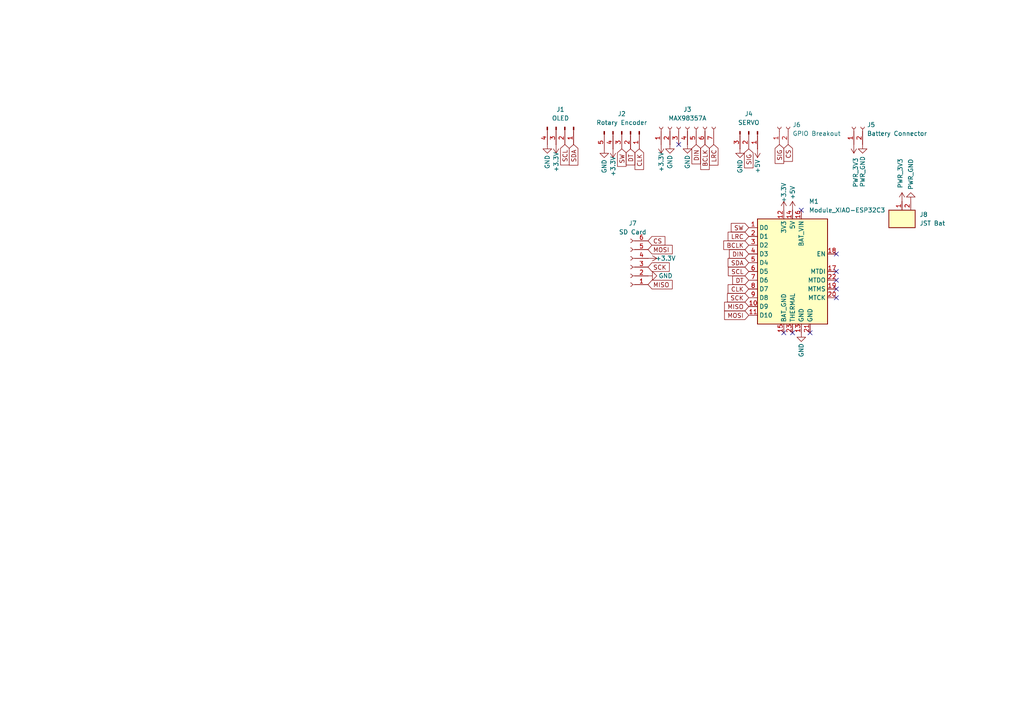
<source format=kicad_sch>
(kicad_sch (version 20231120) (generator "eeschema") (generator_version "8.0")
  (paper "A4")
  (lib_symbols
    (symbol "Connector:Conn_01x02_Socket" (pin_names (offset 1.016) hide)
      (property "Reference" "J" (at 0 2.54 0))
      (property "Value" "Conn_01x02_Socket" (at 0 -5.08 0))
      (symbol "Conn_01x02_Socket_1_1"
        (arc (start 0 -2.032) (mid -0.5058 -2.54) (end 0 -3.048) (stroke (width 0.1524)))
        (polyline (pts (xy -1.27 -2.54) (xy -0.508 -2.54)) (stroke (width 0.1524)))
        (polyline (pts (xy -1.27 0) (xy -0.508 0)) (stroke (width 0.1524)))
        (arc (start 0 0.508) (mid -0.5058 0) (end 0 -0.508) (stroke (width 0.1524)))
        (pin passive line (at -5.08 0 0) (length 3.81) (name "Pin_1") (number "1"))
        (pin passive line (at -5.08 -2.54 0) (length 3.81) (name "Pin_2") (number "2"))
      )
    )
    (symbol "Connector:Conn_01x03_Pin" (pin_names (offset 1.016) hide)
      (property "Reference" "J" (at 0 5.08 0))
      (property "Value" "Conn_01x03_Pin" (at 0 -5.08 0))
      (symbol "Conn_01x03_Pin_1_1"
        (polyline (pts (xy 1.27 -2.54) (xy 0.8636 -2.54)) (stroke (width 0.1524)))
        (polyline (pts (xy 1.27 0) (xy 0.8636 0)) (stroke (width 0.1524)))
        (polyline (pts (xy 1.27 2.54) (xy 0.8636 2.54)) (stroke (width 0.1524)))
        (rectangle (start 0.8636 -2.413) (end 0 -2.667) (stroke (width 0.1524)) (fill (type outline)))
        (rectangle (start 0.8636 0.127) (end 0 -0.127) (stroke (width 0.1524)) (fill (type outline)))
        (rectangle (start 0.8636 2.667) (end 0 2.413) (stroke (width 0.1524)) (fill (type outline)))
        (pin passive line (at 5.08 2.54 180) (length 3.81) (name "Pin_1") (number "1"))
        (pin passive line (at 5.08 0 180) (length 3.81) (name "Pin_2") (number "2"))
        (pin passive line (at 5.08 -2.54 180) (length 3.81) (name "Pin_3") (number "3"))
      )
    )
    (symbol "Connector:Conn_01x04_Pin" (pin_names (offset 1.016) hide)
      (property "Reference" "J" (at 0 5.08 0))
      (property "Value" "Conn_01x04_Pin" (at 0 -7.62 0))
      (symbol "Conn_01x04_Pin_1_1"
        (polyline (pts (xy 1.27 -5.08) (xy 0.8636 -5.08)) (stroke (width 0.1524)))
        (polyline (pts (xy 1.27 -2.54) (xy 0.8636 -2.54)) (stroke (width 0.1524)))
        (polyline (pts (xy 1.27 0) (xy 0.8636 0)) (stroke (width 0.1524)))
        (polyline (pts (xy 1.27 2.54) (xy 0.8636 2.54)) (stroke (width 0.1524)))
        (rectangle (start 0.8636 -4.953) (end 0 -5.207) (stroke (width 0.1524)) (fill (type outline)))
        (rectangle (start 0.8636 -2.413) (end 0 -2.667) (stroke (width 0.1524)) (fill (type outline)))
        (rectangle (start 0.8636 0.127) (end 0 -0.127) (stroke (width 0.1524)) (fill (type outline)))
        (rectangle (start 0.8636 2.667) (end 0 2.413) (stroke (width 0.1524)) (fill (type outline)))
        (pin passive line (at 5.08 2.54 180) (length 3.81) (name "Pin_1") (number "1"))
        (pin passive line (at 5.08 0 180) (length 3.81) (name "Pin_2") (number "2"))
        (pin passive line (at 5.08 -2.54 180) (length 3.81) (name "Pin_3") (number "3"))
        (pin passive line (at 5.08 -5.08 180) (length 3.81) (name "Pin_4") (number "4"))
      )
    )
    (symbol "Connector:Conn_01x05_Pin" (pin_names (offset 1.016) hide)
      (property "Reference" "J" (at 0 7.62 0))
      (property "Value" "Conn_01x05_Pin" (at 0 -7.62 0))
      (symbol "Conn_01x05_Pin_1_1"
        (polyline (pts (xy 1.27 -5.08) (xy 0.8636 -5.08)) (stroke (width 0.1524)))
        (polyline (pts (xy 1.27 -2.54) (xy 0.8636 -2.54)) (stroke (width 0.1524)))
        (polyline (pts (xy 1.27 0) (xy 0.8636 0)) (stroke (width 0.1524)))
        (polyline (pts (xy 1.27 2.54) (xy 0.8636 2.54)) (stroke (width 0.1524)))
        (polyline (pts (xy 1.27 5.08) (xy 0.8636 5.08)) (stroke (width 0.1524)))
        (rectangle (start 0.8636 -4.953) (end 0 -5.207) (stroke (width 0.1524)) (fill (type outline)))
        (rectangle (start 0.8636 -2.413) (end 0 -2.667) (stroke (width 0.1524)) (fill (type outline)))
        (rectangle (start 0.8636 0.127) (end 0 -0.127) (stroke (width 0.1524)) (fill (type outline)))
        (rectangle (start 0.8636 2.667) (end 0 2.413) (stroke (width 0.1524)) (fill (type outline)))
        (rectangle (start 0.8636 5.207) (end 0 4.953) (stroke (width 0.1524)) (fill (type outline)))
        (pin passive line (at 5.08 5.08 180) (length 3.81) (name "Pin_1") (number "1"))
        (pin passive line (at 5.08 2.54 180) (length 3.81) (name "Pin_2") (number "2"))
        (pin passive line (at 5.08 0 180) (length 3.81) (name "Pin_3") (number "3"))
        (pin passive line (at 5.08 -2.54 180) (length 3.81) (name "Pin_4") (number "4"))
        (pin passive line (at 5.08 -5.08 180) (length 3.81) (name "Pin_5") (number "5"))
      )
    )
    (symbol "Connector:Conn_01x06_Socket" (pin_names (offset 1.016) hide)
      (property "Reference" "J" (at 0 7.62 0))
      (property "Value" "Conn_01x06_Socket" (at 0 -10.16 0))
      (symbol "Conn_01x06_Socket_1_1"
        (arc (start 0 -7.112) (mid -0.5058 -7.62) (end 0 -8.128) (stroke (width 0.1524)))
        (arc (start 0 -4.572) (mid -0.5058 -5.08) (end 0 -5.588) (stroke (width 0.1524)))
        (arc (start 0 -2.032) (mid -0.5058 -2.54) (end 0 -3.048) (stroke (width 0.1524)))
        (polyline (pts (xy -1.27 -7.62) (xy -0.508 -7.62)) (stroke (width 0.1524)))
        (polyline (pts (xy -1.27 -5.08) (xy -0.508 -5.08)) (stroke (width 0.1524)))
        (polyline (pts (xy -1.27 -2.54) (xy -0.508 -2.54)) (stroke (width 0.1524)))
        (polyline (pts (xy -1.27 0) (xy -0.508 0)) (stroke (width 0.1524)))
        (polyline (pts (xy -1.27 2.54) (xy -0.508 2.54)) (stroke (width 0.1524)))
        (polyline (pts (xy -1.27 5.08) (xy -0.508 5.08)) (stroke (width 0.1524)))
        (arc (start 0 0.508) (mid -0.5058 0) (end 0 -0.508) (stroke (width 0.1524)))
        (arc (start 0 3.048) (mid -0.5058 2.54) (end 0 2.032) (stroke (width 0.1524)))
        (arc (start 0 5.588) (mid -0.5058 5.08) (end 0 4.572) (stroke (width 0.1524)))
        (pin passive line (at -5.08 5.08 0) (length 3.81) (name "Pin_1") (number "1"))
        (pin passive line (at -5.08 2.54 0) (length 3.81) (name "Pin_2") (number "2"))
        (pin passive line (at -5.08 0 0) (length 3.81) (name "Pin_3") (number "3"))
        (pin passive line (at -5.08 -2.54 0) (length 3.81) (name "Pin_4") (number "4"))
        (pin passive line (at -5.08 -5.08 0) (length 3.81) (name "Pin_5") (number "5"))
        (pin passive line (at -5.08 -7.62 0) (length 3.81) (name "Pin_6") (number "6"))
      )
    )
    (symbol "Connector:Conn_01x07_Socket" (pin_names (offset 1.016) hide)
      (property "Reference" "J" (at 0 10.16 0))
      (property "Value" "Conn_01x07_Socket" (at 0 -10.16 0))
      (symbol "Conn_01x07_Socket_1_1"
        (arc (start 0 -7.112) (mid -0.5058 -7.62) (end 0 -8.128) (stroke (width 0.1524)))
        (arc (start 0 -4.572) (mid -0.5058 -5.08) (end 0 -5.588) (stroke (width 0.1524)))
        (arc (start 0 -2.032) (mid -0.5058 -2.54) (end 0 -3.048) (stroke (width 0.1524)))
        (polyline (pts (xy -1.27 -7.62) (xy -0.508 -7.62)) (stroke (width 0.1524)))
        (polyline (pts (xy -1.27 -5.08) (xy -0.508 -5.08)) (stroke (width 0.1524)))
        (polyline (pts (xy -1.27 -2.54) (xy -0.508 -2.54)) (stroke (width 0.1524)))
        (polyline (pts (xy -1.27 0) (xy -0.508 0)) (stroke (width 0.1524)))
        (polyline (pts (xy -1.27 2.54) (xy -0.508 2.54)) (stroke (width 0.1524)))
        (polyline (pts (xy -1.27 5.08) (xy -0.508 5.08)) (stroke (width 0.1524)))
        (polyline (pts (xy -1.27 7.62) (xy -0.508 7.62)) (stroke (width 0.1524)))
        (arc (start 0 0.508) (mid -0.5058 0) (end 0 -0.508) (stroke (width 0.1524)))
        (arc (start 0 3.048) (mid -0.5058 2.54) (end 0 2.032) (stroke (width 0.1524)))
        (arc (start 0 5.588) (mid -0.5058 5.08) (end 0 4.572) (stroke (width 0.1524)))
        (arc (start 0 8.128) (mid -0.5058 7.62) (end 0 7.112) (stroke (width 0.1524)))
        (pin passive line (at -5.08 7.62 0) (length 3.81) (name "Pin_1") (number "1"))
        (pin passive line (at -5.08 5.08 0) (length 3.81) (name "Pin_2") (number "2"))
        (pin passive line (at -5.08 2.54 0) (length 3.81) (name "Pin_3") (number "3"))
        (pin passive line (at -5.08 0 0) (length 3.81) (name "Pin_4") (number "4"))
        (pin passive line (at -5.08 -2.54 0) (length 3.81) (name "Pin_5") (number "5"))
        (pin passive line (at -5.08 -5.08 0) (length 3.81) (name "Pin_6") (number "6"))
        (pin passive line (at -5.08 -7.62 0) (length 3.81) (name "Pin_7") (number "7"))
      )
    )
    (symbol "fab:Conn_Header_JST_PH_1x02_P2mm_Vertical_SMD"
      (property "Reference" "J" (at 0 5.08 0))
      (property "Value" "Conn_Header_JST_PH_1x02_P2mm_Vertical_SMD" (at 0 -5.08 0))
      (symbol "Conn_Header_JST_PH_1x02_P2mm_Vertical_SMD_0_1"
        (rectangle (start -2.54 3.81) (end 2.54 -3.81) (stroke (width 0.254)) (fill (type background)))
      )
      (symbol "Conn_Header_JST_PH_1x02_P2mm_Vertical_SMD_1_1"
        (pin passive line (at 5.08 0 180) (length 2.54) (name "~") (number "1"))
        (pin passive line (at 5.08 -2.54 180) (length 2.54) (name "~") (number "2"))
      )
    )
    (symbol "fab:Module_XIAO-ESP32C3"
      (property "Reference" "M" (at -10.16 16.51 0))
      (property "Value" "Module_XIAO-ESP32C3" (at 3.81 16.51 0))
      (symbol "Module_XIAO-ESP32C3_1_1"
        (rectangle (start -10.16 15.24) (end 10.16 -15.24) (stroke (width 0.254)) (fill (type background)))
        (pin bidirectional line (at -12.7 12.7 0) (length 2.54) (name "D0") (number "1"))
        (pin bidirectional line (at -12.7 -10.16 0) (length 2.54) (name "D9") (number "10"))
        (pin bidirectional line (at -12.7 -12.7 0) (length 2.54) (name "D10") (number "11"))
        (pin power_in line (at -2.54 17.78 270) (length 2.54) (name "3V3") (number "12"))
        (pin power_in line (at 2.54 -17.78 90) (length 2.54) (name "GND") (number "13"))
        (pin power_in line (at 0 17.78 270) (length 2.54) (name "5V") (number "14"))
        (pin power_in line (at -2.54 -17.78 90) (length 2.54) (name "BAT_GND") (number "15"))
        (pin power_in line (at 2.54 17.78 270) (length 2.54) (name "BAT_VIN") (number "16"))
        (pin input line (at 12.7 0 180) (length 2.54) (name "MTDI") (number "17"))
        (pin input line (at 12.7 5.08 180) (length 2.54) (name "EN") (number "18"))
        (pin input line (at 12.7 -5.08 180) (length 2.54) (name "MTMS") (number "19"))
        (pin bidirectional line (at -12.7 10.16 0) (length 2.54) (name "D1") (number "2"))
        (pin input line (at 12.7 -7.62 180) (length 2.54) (name "MTCK") (number "20"))
        (pin power_in line (at 5.08 -17.78 90) (length 2.54) (name "GND") (number "21"))
        (pin output line (at 12.7 -2.54 180) (length 2.54) (name "MTDO") (number "22"))
        (pin power_in line (at 0 -17.78 90) (length 2.54) (name "THERMAL") (number "23"))
        (pin bidirectional line (at -12.7 7.62 0) (length 2.54) (name "D2") (number "3"))
        (pin bidirectional line (at -12.7 5.08 0) (length 2.54) (name "D3") (number "4"))
        (pin bidirectional line (at -12.7 2.54 0) (length 2.54) (name "D4") (number "5"))
        (pin bidirectional line (at -12.7 0 0) (length 2.54) (name "D5") (number "6"))
        (pin bidirectional line (at -12.7 -2.54 0) (length 2.54) (name "D6") (number "7"))
        (pin bidirectional line (at -12.7 -5.08 0) (length 2.54) (name "D7") (number "8"))
        (pin bidirectional line (at -12.7 -7.62 0) (length 2.54) (name "D8") (number "9"))
      )
    )
    (symbol "fab:PWR_3V3" (power) (pin_names (offset 0))
      (property "Value" "PWR_3V3" (at 0 3.556 0))
      (symbol "PWR_3V3_0_1"
        (polyline (pts (xy -0.762 1.27) (xy 0 2.54)))
        (polyline (pts (xy 0 0) (xy 0 2.54)))
        (polyline (pts (xy 0 2.54) (xy 0.762 1.27)))
      )
      (symbol "PWR_3V3_1_1"
        (pin power_in line (at 0 0 90) (length 0) hide (name "PWR_3V3") (number "1"))
      )
    )
    (symbol "fab:PWR_GND" (power) (pin_names (offset 0))
      (property "Value" "PWR_GND" (at 0 -3.81 0))
      (symbol "PWR_GND_0_1"
        (polyline (pts (xy 0 0) (xy 0 -1.27) (xy 1.27 -1.27) (xy 0 -2.54) (xy -1.27 -1.27) (xy 0 -1.27)))
      )
      (symbol "PWR_GND_1_1"
        (pin power_in line (at 0 0 270) (length 0) hide (name "PWR_GND") (number "1"))
      )
    )
    (symbol "power:+3.3V" (power) (pin_numbers hide) (pin_names (offset 0) hide)
      (property "Value" "+3.3V" (at 0 3.556 0))
      (symbol "+3.3V_0_1"
        (polyline (pts (xy -0.762 1.27) (xy 0 2.54)))
        (polyline (pts (xy 0 0) (xy 0 2.54)))
        (polyline (pts (xy 0 2.54) (xy 0.762 1.27)))
      )
      (symbol "+3.3V_1_1"
        (pin power_in line (at 0 0 90) (length 0) (name "~") (number "1"))
      )
    )
    (symbol "power:+5V" (power) (pin_numbers hide) (pin_names (offset 0) hide)
      (property "Value" "+5V" (at 0 3.556 0))
      (symbol "+5V_0_1"
        (polyline (pts (xy -0.762 1.27) (xy 0 2.54)))
        (polyline (pts (xy 0 0) (xy 0 2.54)))
        (polyline (pts (xy 0 2.54) (xy 0.762 1.27)))
      )
      (symbol "+5V_1_1"
        (pin power_in line (at 0 0 90) (length 0) (name "~") (number "1"))
      )
    )
    (symbol "power:GND" (power) (pin_numbers hide) (pin_names (offset 0) hide)
      (property "Value" "GND" (at 0 -3.81 0))
      (symbol "GND_0_1"
        (polyline (pts (xy 0 0) (xy 0 -1.27) (xy 1.27 -1.27) (xy 0 -2.54) (xy -1.27 -1.27) (xy 0 -1.27)))
      )
      (symbol "GND_1_1"
        (pin power_in line (at 0 0 270) (length 0) (name "~") (number "1"))
      )
    )
  )
  (no_connect (at 242.57 86.36))
  (no_connect (at 242.57 78.74))
  (no_connect (at 234.95 96.52))
  (no_connect (at 229.87 96.52))
  (no_connect (at 242.57 73.66))
  (no_connect (at 242.57 81.28))
  (no_connect (at 227.33 96.52))
  (no_connect (at 232.41 60.96))
  (no_connect (at 196.85 41.91))
  (no_connect (at 242.57 83.82))
  (global_label "SW" (shape input) (at 180.34 43.18 270) (property "Intersheetrefs" "${INTERSHEET_REFS}" (effects (hide yes))))
  (global_label "BCLK" (shape input) (at 204.47 41.91 270) (property "Intersheetrefs" "${INTERSHEET_REFS}" (effects (hide yes))))
  (global_label "LRC" (shape input) (at 217.17 68.58 180) (property "Intersheetrefs" "${INTERSHEET_REFS}" (effects (hide yes))))
  (global_label "DIN" (shape input) (at 201.93 41.91 270) (property "Intersheetrefs" "${INTERSHEET_REFS}" (effects (hide yes))))
  (global_label "SDA" (shape input) (at 217.17 76.2 180) (property "Intersheetrefs" "${INTERSHEET_REFS}" (effects (hide yes))))
  (global_label "CLK" (shape input) (at 217.17 83.82 180) (property "Intersheetrefs" "${INTERSHEET_REFS}" (effects (hide yes))))
  (global_label "MOSI" (shape input) (at 187.96 72.39 0) (property "Intersheetrefs" "${INTERSHEET_REFS}" (effects (hide yes))))
  (global_label "CS" (shape input) (at 228.6 41.91 270) (property "Intersheetrefs" "${INTERSHEET_REFS}" (effects (hide yes))))
  (global_label "SCK" (shape input) (at 217.17 86.36 180) (property "Intersheetrefs" "${INTERSHEET_REFS}" (effects (hide yes))))
  (global_label "SIG" (shape input) (at 217.17 43.18 270) (property "Intersheetrefs" "${INTERSHEET_REFS}" (effects (hide yes))))
  (global_label "SCK" (shape input) (at 187.96 77.47 0) (property "Intersheetrefs" "${INTERSHEET_REFS}" (effects (hide yes))))
  (global_label "SCL" (shape input) (at 217.17 78.74 180) (property "Intersheetrefs" "${INTERSHEET_REFS}" (effects (hide yes))))
  (global_label "SCL" (shape input) (at 163.83 41.91 270) (property "Intersheetrefs" "${INTERSHEET_REFS}" (effects (hide yes))))
  (global_label "LRC" (shape input) (at 207.01 41.91 270) (property "Intersheetrefs" "${INTERSHEET_REFS}" (effects (hide yes))))
  (global_label "SIG" (shape input) (at 226.06 41.91 270) (property "Intersheetrefs" "${INTERSHEET_REFS}" (effects (hide yes))))
  (global_label "BCLK" (shape input) (at 217.17 71.12 180) (property "Intersheetrefs" "${INTERSHEET_REFS}" (effects (hide yes))))
  (global_label "MOSI" (shape input) (at 217.17 91.44 180) (property "Intersheetrefs" "${INTERSHEET_REFS}" (effects (hide yes))))
  (global_label "SDA" (shape input) (at 166.37 41.91 270) (property "Intersheetrefs" "${INTERSHEET_REFS}" (effects (hide yes))))
  (global_label "CLK" (shape input) (at 185.42 43.18 270) (property "Intersheetrefs" "${INTERSHEET_REFS}" (effects (hide yes))))
  (global_label "CS" (shape input) (at 187.96 69.85 0) (property "Intersheetrefs" "${INTERSHEET_REFS}" (effects (hide yes))))
  (global_label "SW" (shape input) (at 217.17 66.04 180) (property "Intersheetrefs" "${INTERSHEET_REFS}" (effects (hide yes))))
  (global_label "MISO" (shape input) (at 217.17 88.9 180) (property "Intersheetrefs" "${INTERSHEET_REFS}" (effects (hide yes))))
  (global_label "DT" (shape input) (at 217.17 81.28 180) (property "Intersheetrefs" "${INTERSHEET_REFS}" (effects (hide yes))))
  (global_label "MISO" (shape input) (at 187.96 82.55 0) (property "Intersheetrefs" "${INTERSHEET_REFS}" (effects (hide yes))))
  (global_label "DT" (shape input) (at 182.88 43.18 270) (property "Intersheetrefs" "${INTERSHEET_REFS}" (effects (hide yes))))
  (global_label "DIN" (shape input) (at 217.17 73.66 180) (property "Intersheetrefs" "${INTERSHEET_REFS}" (effects (hide yes))))
  (symbol (lib_id "Connector:Conn_01x03_Pin") (at 217.17 38.1 270) (unit 1)
    (property "Reference" "J4" (at 217.17 33.02 90))
    (property "Value" "SERVO" (at 217.17 35.56 90))
    (property "Footprint" "Connector_PinHeader_2.54mm:PinHeader_1x03_P2.54mm_Vertical" (effects (hide yes)))
    (property "Description" "Generic connector, single row, 01x03, script generated" (effects (hide yes)))
  )
  (symbol (lib_id "fab:Conn_Header_JST_PH_1x02_P2mm_Vertical_SMD") (at 261.62 63.5 90) (unit 1)
    (property "Reference" "J8" (at 266.7 62.2299 90) (effects (justify right)))
    (property "Value" "JST Bat" (at 266.7 64.7699 90) (effects (justify right)))
    (property "Footprint" "fab:Header_JST_PH_1x02_P2mm_Vertical_SMD" (effects (hide yes)))
    (property "Datasheet" "https://www.jst-mfg.com/product/pdf/eng/ePH.pdf" (effects (hide yes)))
    (property "Description" "Male JST PH 2 pin connector" (effects (hide yes)))
  )
  (symbol (lib_id "fab:PWR_3V3") (at 247.65 41.91 180) (unit 1)
    (property "Reference" "#PWR010" (effects (hide yes)))
    (property "Value" "PWR_3V3" (at 248.158 50.038 90))
    (property "Description" "Power symbol creates a global label with name \"+3V3\"" (effects (hide yes)))
  )
  (symbol (lib_id "power:GND") (at 232.41 96.52 0) (unit 1)
    (property "Reference" "#PWR014" (effects (hide yes)))
    (property "Value" "GND" (at 232.41 101.6 90))
    (property "Description" "Power symbol creates a global label with name \"GND\" , ground" (effects (hide yes)))
  )
  (symbol (lib_id "Connector:Conn_01x06_Socket") (at 182.88 77.47 180) (unit 1)
    (property "Reference" "J7" (at 183.515 64.77 0))
    (property "Value" "SD Card" (at 183.515 67.31 0))
    (property "Footprint" "Connector_PinSocket_2.54mm:PinSocket_1x06_P2.54mm_Vertical" (effects (hide yes)))
    (property "Description" "Generic connector, single row, 01x06, script generated" (effects (hide yes)))
  )
  (symbol (lib_id "power:GND") (at 187.96 80.01 90) (unit 1)
    (property "Reference" "#PWR018" (effects (hide yes)))
    (property "Value" "GND" (at 193.04 80.01 90))
    (property "Description" "Power symbol creates a global label with name \"GND\" , ground" (effects (hide yes)))
  )
  (symbol (lib_id "power:GND") (at 175.26 43.18 0) (unit 1)
    (property "Reference" "#PWR06" (effects (hide yes)))
    (property "Value" "GND" (at 175.26 48.26 90))
    (property "Description" "Power symbol creates a global label with name \"GND\" , ground" (effects (hide yes)))
  )
  (symbol (lib_id "power:GND") (at 194.31 41.91 0) (unit 1)
    (property "Reference" "#PWR04" (effects (hide yes)))
    (property "Value" "GND" (at 194.31 46.99 90))
    (property "Description" "Power symbol creates a global label with name \"GND\" , ground" (effects (hide yes)))
  )
  (symbol (lib_id "power:+5V") (at 219.71 43.18 180) (unit 1)
    (property "Reference" "#PWR01" (effects (hide yes)))
    (property "Value" "+5V" (at 219.71 48.26 90))
    (property "Description" "Power symbol creates a global label with name \"+5V\"" (effects (hide yes)))
  )
  (symbol (lib_id "power:+3.3V") (at 227.33 60.96 0) (unit 1)
    (property "Reference" "#PWR013" (effects (hide yes)))
    (property "Value" "+3.3V" (at 227.33 55.88 90))
    (property "Description" "Power symbol creates a global label with name \"+3.3V\"" (effects (hide yes)))
  )
  (symbol (lib_id "power:GND") (at 199.39 41.91 0) (unit 1)
    (property "Reference" "#PWR05" (effects (hide yes)))
    (property "Value" "GND" (at 199.39 46.99 90))
    (property "Description" "Power symbol creates a global label with name \"GND\" , ground" (effects (hide yes)))
  )
  (symbol (lib_id "fab:PWR_3V3") (at 261.62 58.42 0) (unit 1)
    (property "Reference" "#PWR015" (effects (hide yes)))
    (property "Value" "PWR_3V3" (at 261.112 50.292 90))
    (property "Description" "Power symbol creates a global label with name \"+3V3\"" (effects (hide yes)))
  )
  (symbol (lib_id "power:GND") (at 158.75 41.91 0) (unit 1)
    (property "Reference" "#PWR08" (effects (hide yes)))
    (property "Value" "GND" (at 158.75 46.99 90))
    (property "Description" "Power symbol creates a global label with name \"GND\" , ground" (effects (hide yes)))
  )
  (symbol (lib_id "Connector:Conn_01x04_Pin") (at 163.83 36.83 270) (unit 1)
    (property "Reference" "J1" (at 162.56 31.75 90))
    (property "Value" "OLED" (at 162.56 34.29 90))
    (property "Footprint" "Connector_PinHeader_2.54mm:PinHeader_1x04_P2.54mm_Vertical" (effects (hide yes)))
    (property "Description" "Generic connector, single row, 01x04, script generated" (effects (hide yes)))
  )
  (symbol (lib_id "Connector:Conn_01x02_Socket") (at 247.65 36.83 90) (unit 1)
    (property "Reference" "J5" (at 251.46 36.1949 90) (effects (justify right)))
    (property "Value" "Battery Connector" (at 251.46 38.7349 90) (effects (justify right)))
    (property "Footprint" "Connector_PinSocket_2.54mm:PinSocket_1x02_P2.54mm_Vertical" (effects (hide yes)))
    (property "Description" "Generic connector, single row, 01x02, script generated" (effects (hide yes)))
  )
  (symbol (lib_id "power:+5V") (at 229.87 60.96 0) (unit 1)
    (property "Reference" "#PWR012" (effects (hide yes)))
    (property "Value" "+5V" (at 229.87 55.88 90))
    (property "Description" "Power symbol creates a global label with name \"+5V\"" (effects (hide yes)))
  )
  (symbol (lib_id "power:GND") (at 214.63 43.18 0) (unit 1)
    (property "Reference" "#PWR02" (effects (hide yes)))
    (property "Value" "GND" (at 214.63 48.26 90))
    (property "Description" "Power symbol creates a global label with name \"GND\" , ground" (effects (hide yes)))
  )
  (symbol (lib_id "fab:PWR_GND") (at 264.16 58.42 180) (unit 1)
    (property "Reference" "#PWR016" (effects (hide yes)))
    (property "Value" "PWR_GND" (at 264.16 50.546 90))
    (property "Description" "Power symbol creates a global label with name \"GND\" , ground" (effects (hide yes)))
  )
  (symbol (lib_id "power:+3.3V") (at 191.77 41.91 180) (unit 1)
    (property "Reference" "#PWR03" (effects (hide yes)))
    (property "Value" "+3.3V" (at 191.77 46.99 90))
    (property "Description" "Power symbol creates a global label with name \"+3.3V\"" (effects (hide yes)))
  )
  (symbol (lib_id "power:+3.3V") (at 187.96 74.93 270) (unit 1)
    (property "Reference" "#PWR017" (effects (hide yes)))
    (property "Value" "+3.3V" (at 193.04 74.93 90))
    (property "Description" "Power symbol creates a global label with name \"+3.3V\"" (effects (hide yes)))
  )
  (symbol (lib_id "power:+3.3V") (at 177.8 43.18 180) (unit 1)
    (property "Reference" "#PWR07" (effects (hide yes)))
    (property "Value" "+3.3V" (at 177.8 48.26 90))
    (property "Description" "Power symbol creates a global label with name \"+3.3V\"" (effects (hide yes)))
  )
  (symbol (lib_id "fab:PWR_GND") (at 250.19 41.91 0) (unit 1)
    (property "Reference" "#PWR011" (effects (hide yes)))
    (property "Value" "PWR_GND" (at 250.19 49.784 90))
    (property "Description" "Power symbol creates a global label with name \"GND\" , ground" (effects (hide yes)))
  )
  (symbol (lib_id "Connector:Conn_01x02_Socket") (at 226.06 36.83 90) (unit 1)
    (property "Reference" "J6" (at 229.87 36.1949 90) (effects (justify right)))
    (property "Value" "GPIO Breakout" (at 229.87 38.7349 90) (effects (justify right)))
    (property "Footprint" "Connector_PinSocket_2.54mm:PinSocket_1x02_P2.54mm_Vertical" (effects (hide yes)))
    (property "Description" "Generic connector, single row, 01x02, script generated" (effects (hide yes)))
  )
  (symbol (lib_id "Connector:Conn_01x05_Pin") (at 180.34 38.1 270) (unit 1)
    (property "Reference" "J2" (at 180.34 33.02 90))
    (property "Value" "Rotary Encoder" (at 180.34 35.56 90))
    (property "Footprint" "Connector_PinSocket_2.54mm:PinSocket_1x05_P2.54mm_Vertical" (effects (hide yes)))
    (property "Description" "Generic connector, single row, 01x05, script generated" (effects (hide yes)))
  )
  (symbol (lib_id "fab:Module_XIAO-ESP32C3") (at 229.87 78.74 0) (unit 1)
    (property "Reference" "M1" (at 234.6041 58.42 0) (effects (justify left)))
    (property "Value" "Module_XIAO-ESP32C3" (at 234.6041 60.96 0) (effects (justify left)))
    (property "Footprint" "fab:SeeedStudio_XIAO_ESP32C3" (effects (hide yes)))
    (property "Datasheet" "https://wiki.seeedstudio.com/XIAO_ESP32C3_Getting_Started/" (effects (hide yes)))
    (property "Description" "ESP32-C3 Transceiver; 802.11 a/b/g/n (Wi-Fi, WiFi, WLAN), Bluetooth® Smart 4.x Low Energy (BLE) 2.4GHz Evaluation Board" (effects (hide yes)))
  )
  (symbol (lib_id "power:+3.3V") (at 161.29 41.91 180) (unit 1)
    (property "Reference" "#PWR09" (effects (hide yes)))
    (property "Value" "+3.3V" (at 161.29 46.99 90))
    (property "Description" "Power symbol creates a global label with name \"+3.3V\"" (effects (hide yes)))
  )
  (symbol (lib_id "Connector:Conn_01x07_Socket") (at 199.39 36.83 90) (unit 1)
    (property "Reference" "J3" (at 199.39 31.75 90))
    (property "Value" "MAX98357A" (at 199.39 34.29 90))
    (property "Footprint" "Connector_PinSocket_2.54mm:PinSocket_1x07_P2.54mm_Vertical" (effects (hide yes)))
    (property "Description" "Generic connector, single row, 01x07, script generated" (effects (hide yes)))
  )
)
</source>
